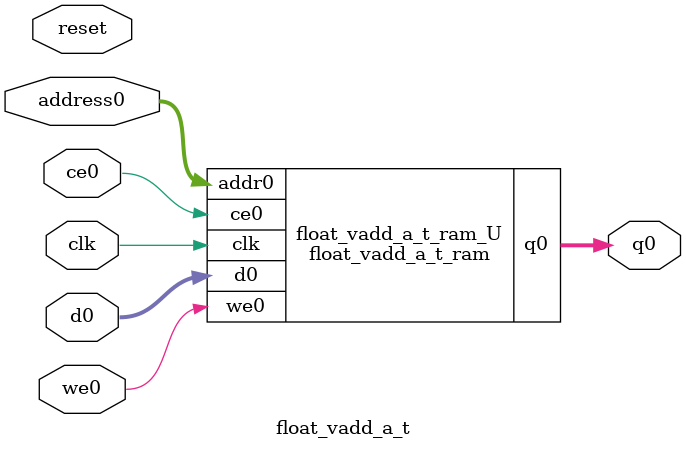
<source format=v>
`timescale 1 ns / 1 ps
module float_vadd_a_t_ram (addr0, ce0, d0, we0, q0,  clk);

parameter DWIDTH = 32;
parameter AWIDTH = 7;
parameter MEM_SIZE = 100;

input[AWIDTH-1:0] addr0;
input ce0;
input[DWIDTH-1:0] d0;
input we0;
output reg[DWIDTH-1:0] q0;
input clk;

reg [DWIDTH-1:0] ram[0:MEM_SIZE-1];




always @(posedge clk)  
begin 
    if (ce0) begin
        if (we0) 
            ram[addr0] <= d0; 
        q0 <= ram[addr0];
    end
end


endmodule

`timescale 1 ns / 1 ps
module float_vadd_a_t(
    reset,
    clk,
    address0,
    ce0,
    we0,
    d0,
    q0);

parameter DataWidth = 32'd32;
parameter AddressRange = 32'd100;
parameter AddressWidth = 32'd7;
input reset;
input clk;
input[AddressWidth - 1:0] address0;
input ce0;
input we0;
input[DataWidth - 1:0] d0;
output[DataWidth - 1:0] q0;



float_vadd_a_t_ram float_vadd_a_t_ram_U(
    .clk( clk ),
    .addr0( address0 ),
    .ce0( ce0 ),
    .we0( we0 ),
    .d0( d0 ),
    .q0( q0 ));

endmodule


</source>
